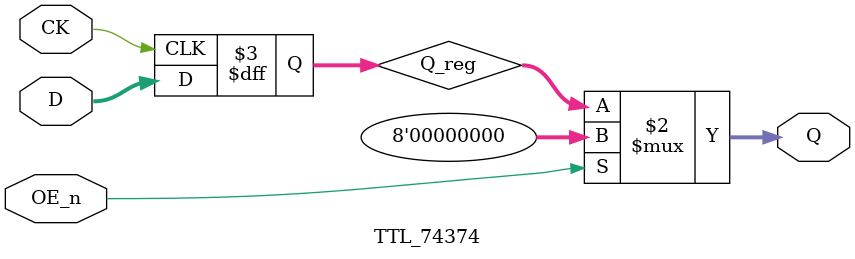
<source format=v>

module TTL_74374 (
    input wire [7:0] D,   // Data inputs
    input wire CK,        // Clock input (Latching on rising edge of CK)
    input wire OE_n,      // Output Enable (active low)
    output wire [7:0] Q   // Outputs
);
    reg [7:0] Q_reg;  // Internal register
   
    // Latch operation on rising edge of CK
    always @(posedge CK) begin
        Q_reg <= D;  // Latch data on rising edge of CK
    end

    // Output control
    // When OC_n is low (active), outputs reflect the latched data
    // When OC_n is high, outputs are in high-impedance state
    assign Q = OE_n ? 8'b0 : Q_reg;
    

endmodule

</source>
